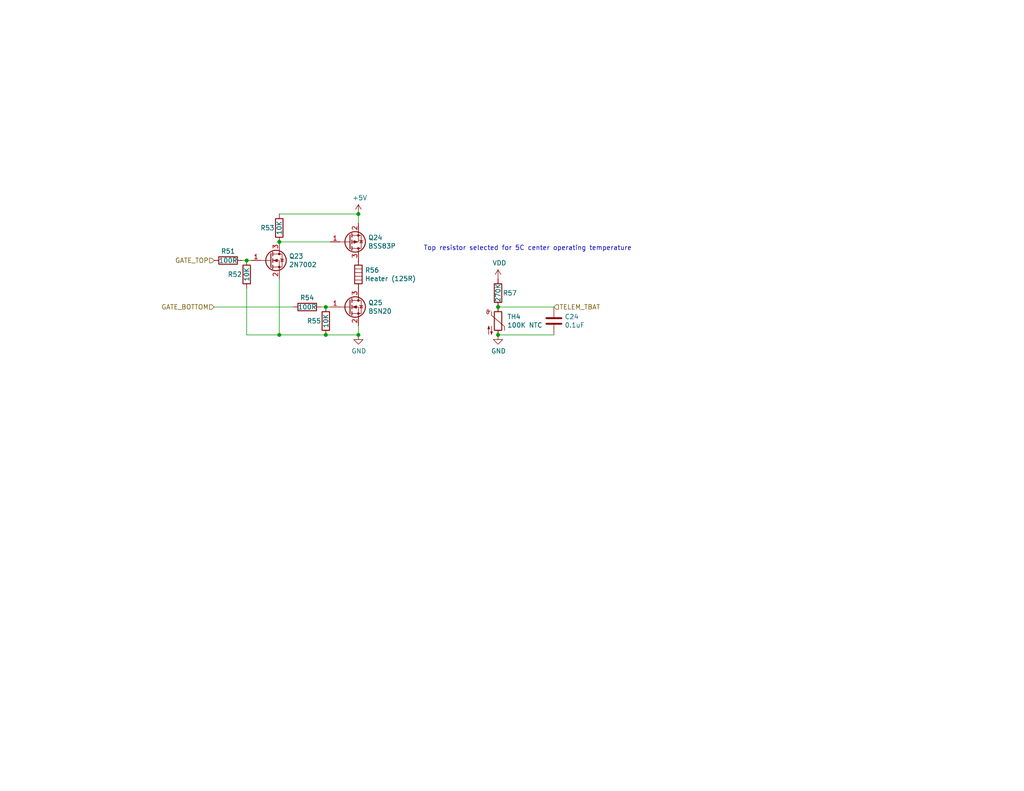
<source format=kicad_sch>
(kicad_sch (version 20211123) (generator eeschema)
  (paper "USLetter")
  (title_block (title "TJ Custom EPS") (rev "0.1") (company "TJHSST Nanosatellite Club") (comment 4 "Engineer: Alan Hsu"))
  (lib_symbols
    (symbol "Device:C" (pin_numbers hide) (pin_names (offset 0.254))
      (property "Reference" "C" (at 0.635 2.54 0))
      (property "Value" "C" (at 0.635 -2.54 0))
      (symbol "C_0_1"
        (polyline (pts (xy -2.032 -0.762) (xy 2.032 -0.762)) (stroke (width 0.508)))
        (polyline (pts (xy -2.032 0.762) (xy 2.032 0.762)) (stroke (width 0.508)))
      )
      (symbol "C_1_1"
        (pin passive line (at 0 3.81 270) (length 2.794) (name "~") (number "1"))
        (pin passive line (at 0 -3.81 90) (length 2.794) (name "~") (number "2"))
      )
    )
    (symbol "Device:Heater" (pin_numbers hide) (pin_names (offset 0))
      (property "Reference" "R" (at 2.032 0 90))
      (property "Value" "Heater" (at -2.032 0 90))
      (symbol "Heater_0_1"
        (rectangle (start -1.016 -2.54) (end 1.016 2.54) (stroke (width 0.254)))
        (polyline (pts (xy -1.016 1.524) (xy 1.016 1.524)))
        (polyline (pts (xy 1.016 -1.524) (xy -1.016 -1.524)))
        (polyline (pts (xy 1.016 -0.508) (xy -1.016 -0.508)))
        (polyline (pts (xy 1.016 0.508) (xy -1.016 0.508)))
      )
      (symbol "Heater_1_1"
        (pin passive line (at 0 3.81 270) (length 1.27) (name "~") (number "1"))
        (pin passive line (at 0 -3.81 90) (length 1.27) (name "~") (number "2"))
      )
    )
    (symbol "Device:R" (pin_numbers hide) (pin_names (offset 0))
      (property "Reference" "R" (at 2.032 0 90))
      (property "Value" "R" (at 0 0 90))
      (symbol "R_0_1"
        (rectangle (start -1.016 -2.54) (end 1.016 2.54) (stroke (width 0.254)))
      )
      (symbol "R_1_1"
        (pin passive line (at 0 3.81 270) (length 1.27) (name "~") (number "1"))
        (pin passive line (at 0 -3.81 90) (length 1.27) (name "~") (number "2"))
      )
    )
    (symbol "Device:Thermistor_NTC" (pin_numbers hide) (pin_names (offset 0))
      (property "Reference" "TH" (at -4.445 0 90))
      (property "Value" "Thermistor_NTC" (at 3.175 0 90))
      (symbol "Thermistor_NTC_0_1"
        (arc (start -3.048 2.159) (mid -3.0495 2.3143) (end -3.175 2.413))
        (arc (start -3.048 2.159) (mid -2.9736 1.9794) (end -2.794 1.905))
        (arc (start -3.048 2.794) (mid -2.9736 2.6144) (end -2.794 2.54))
        (arc (start -2.794 1.905) (mid -2.6144 1.9794) (end -2.54 2.159))
        (arc (start -2.794 2.54) (mid -2.4393 2.5587) (end -2.159 2.794))
        (arc (start -2.794 3.048) (mid -2.9736 2.9736) (end -3.048 2.794))
        (arc (start -2.54 2.794) (mid -2.6144 2.9736) (end -2.794 3.048))
        (rectangle (start -1.016 2.54) (end 1.016 -2.54) (stroke (width 0.254)))
        (polyline (pts (xy -2.54 2.159) (xy -2.54 2.794)))
        (polyline (pts (xy -1.778 2.54) (xy -1.778 1.524) (xy 1.778 -1.524) (xy 1.778 -2.54)))
        (polyline (pts (xy -2.54 -3.683) (xy -2.54 -1.397) (xy -2.794 -2.159) (xy -2.286 -2.159) (xy -2.54 -1.397) (xy -2.54 -1.651)) (fill (type outline)))
        (polyline (pts (xy -1.778 -1.397) (xy -1.778 -3.683) (xy -2.032 -2.921) (xy -1.524 -2.921) (xy -1.778 -3.683) (xy -1.778 -3.429)) (fill (type outline)))
      )
      (symbol "Thermistor_NTC_1_1"
        (pin passive line (at 0 3.81 270) (length 1.27) (name "~") (number "1"))
        (pin passive line (at 0 -3.81 90) (length 1.27) (name "~") (number "2"))
      )
    )
    (symbol "Transistor_FET:2N7002" (pin_names hide)
      (property "Reference" "Q" (at 5.08 1.905 0))
      (property "Value" "2N7002" (at 5.08 0 0))
      (symbol "2N7002_0_1"
        (polyline (pts (xy 0.254 0) (xy -2.54 0)))
        (polyline (pts (xy 0.254 1.905) (xy 0.254 -1.905)) (stroke (width 0.254)))
        (polyline (pts (xy 0.762 -1.27) (xy 0.762 -2.286)) (stroke (width 0.254)))
        (polyline (pts (xy 0.762 0.508) (xy 0.762 -0.508)) (stroke (width 0.254)))
        (polyline (pts (xy 0.762 2.286) (xy 0.762 1.27)) (stroke (width 0.254)))
        (polyline (pts (xy 2.54 2.54) (xy 2.54 1.778)))
        (polyline (pts (xy 2.54 -2.54) (xy 2.54 0) (xy 0.762 0)))
        (polyline (pts (xy 0.762 -1.778) (xy 3.302 -1.778) (xy 3.302 1.778) (xy 0.762 1.778)))
        (polyline (pts (xy 1.016 0) (xy 2.032 0.381) (xy 2.032 -0.381) (xy 1.016 0)) (fill (type outline)))
        (polyline (pts (xy 2.794 0.508) (xy 2.921 0.381) (xy 3.683 0.381) (xy 3.81 0.254)))
        (polyline (pts (xy 3.302 0.381) (xy 2.921 -0.254) (xy 3.683 -0.254) (xy 3.302 0.381)))
        (circle (center 1.651 0) (radius 2.794) (stroke (width 0.254)))
        (circle (center 2.54 -1.778) (radius 0.254) (fill (type outline)))
        (circle (center 2.54 1.778) (radius 0.254) (fill (type outline)))
      )
      (symbol "2N7002_1_1"
        (pin input line (at -5.08 0 0) (length 2.54) (name "G") (number "1"))
        (pin passive line (at 2.54 -5.08 90) (length 2.54) (name "S") (number "2"))
        (pin passive line (at 2.54 5.08 270) (length 2.54) (name "D") (number "3"))
      )
    )
    (symbol "Transistor_FET:BSN20" (pin_names hide)
      (property "Reference" "Q" (at 5.08 1.905 0))
      (property "Value" "BSN20" (at 5.08 0 0))
      (symbol "BSN20_0_1"
        (polyline (pts (xy 0.254 0) (xy -2.54 0)))
        (polyline (pts (xy 0.254 1.905) (xy 0.254 -1.905)) (stroke (width 0.254)))
        (polyline (pts (xy 0.762 -1.27) (xy 0.762 -2.286)) (stroke (width 0.254)))
        (polyline (pts (xy 0.762 0.508) (xy 0.762 -0.508)) (stroke (width 0.254)))
        (polyline (pts (xy 0.762 2.286) (xy 0.762 1.27)) (stroke (width 0.254)))
        (polyline (pts (xy 2.54 2.54) (xy 2.54 1.778)))
        (polyline (pts (xy 2.54 -2.54) (xy 2.54 0) (xy 0.762 0)))
        (polyline (pts (xy 0.762 -1.778) (xy 3.302 -1.778) (xy 3.302 1.778) (xy 0.762 1.778)))
        (polyline (pts (xy 1.016 0) (xy 2.032 0.381) (xy 2.032 -0.381) (xy 1.016 0)) (fill (type outline)))
        (polyline (pts (xy 2.794 0.508) (xy 2.921 0.381) (xy 3.683 0.381) (xy 3.81 0.254)))
        (polyline (pts (xy 3.302 0.381) (xy 2.921 -0.254) (xy 3.683 -0.254) (xy 3.302 0.381)))
        (circle (center 1.651 0) (radius 2.794) (stroke (width 0.254)))
        (circle (center 2.54 -1.778) (radius 0.254) (fill (type outline)))
        (circle (center 2.54 1.778) (radius 0.254) (fill (type outline)))
      )
      (symbol "BSN20_1_1"
        (pin input line (at -5.08 0 0) (length 2.54) (name "G") (number "1"))
        (pin passive line (at 2.54 -5.08 90) (length 2.54) (name "S") (number "2"))
        (pin passive line (at 2.54 5.08 270) (length 2.54) (name "D") (number "3"))
      )
    )
    (symbol "Transistor_FET:BSS83P" (pin_names hide)
      (property "Reference" "Q" (at 5.08 1.905 0))
      (property "Value" "BSS83P" (at 5.08 0 0))
      (symbol "BSS83P_0_1"
        (polyline (pts (xy 0.254 0) (xy -2.54 0)))
        (polyline (pts (xy 0.254 1.905) (xy 0.254 -1.905)) (stroke (width 0.254)))
        (polyline (pts (xy 0.762 -1.27) (xy 0.762 -2.286)) (stroke (width 0.254)))
        (polyline (pts (xy 0.762 0.508) (xy 0.762 -0.508)) (stroke (width 0.254)))
        (polyline (pts (xy 0.762 2.286) (xy 0.762 1.27)) (stroke (width 0.254)))
        (polyline (pts (xy 2.54 2.54) (xy 2.54 1.778)))
        (polyline (pts (xy 2.54 -2.54) (xy 2.54 0) (xy 0.762 0)))
        (polyline (pts (xy 0.762 1.778) (xy 3.302 1.778) (xy 3.302 -1.778) (xy 0.762 -1.778)))
        (polyline (pts (xy 2.286 0) (xy 1.27 0.381) (xy 1.27 -0.381) (xy 2.286 0)) (fill (type outline)))
        (polyline (pts (xy 2.794 -0.508) (xy 2.921 -0.381) (xy 3.683 -0.381) (xy 3.81 -0.254)))
        (polyline (pts (xy 3.302 -0.381) (xy 2.921 0.254) (xy 3.683 0.254) (xy 3.302 -0.381)))
        (circle (center 1.651 0) (radius 2.794) (stroke (width 0.254)))
        (circle (center 2.54 -1.778) (radius 0.254) (fill (type outline)))
        (circle (center 2.54 1.778) (radius 0.254) (fill (type outline)))
      )
      (symbol "BSS83P_1_1"
        (pin input line (at -5.08 0 0) (length 2.54) (name "G") (number "1"))
        (pin passive line (at 2.54 -5.08 90) (length 2.54) (name "S") (number "2"))
        (pin passive line (at 2.54 5.08 270) (length 2.54) (name "D") (number "3"))
      )
    )
    (symbol "power:+5V" (power) (pin_names (offset 0))
      (property "Value" "+5V" (at 0 3.556 0))
      (symbol "+5V_0_1"
        (polyline (pts (xy -0.762 1.27) (xy 0 2.54)))
        (polyline (pts (xy 0 0) (xy 0 2.54)))
        (polyline (pts (xy 0 2.54) (xy 0.762 1.27)))
      )
      (symbol "+5V_1_1"
        (pin power_in line (at 0 0 90) (length 0) hide (name "+5V") (number "1"))
      )
    )
    (symbol "power:GND" (power) (pin_names (offset 0))
      (property "Value" "GND" (at 0 -3.81 0))
      (symbol "GND_0_1"
        (polyline (pts (xy 0 0) (xy 0 -1.27) (xy 1.27 -1.27) (xy 0 -2.54) (xy -1.27 -1.27) (xy 0 -1.27)))
      )
      (symbol "GND_1_1"
        (pin power_in line (at 0 0 270) (length 0) hide (name "GND") (number "1"))
      )
    )
    (symbol "power:VDD" (power) (pin_names (offset 0))
      (property "Value" "VDD" (at 0 3.81 0))
      (symbol "VDD_0_1"
        (polyline (pts (xy -0.762 1.27) (xy 0 2.54)))
        (polyline (pts (xy 0 0) (xy 0 2.54)))
        (polyline (pts (xy 0 2.54) (xy 0.762 1.27)))
      )
      (symbol "VDD_1_1"
        (pin power_in line (at 0 0 90) (length 0) hide (name "VDD") (number "1"))
      )
    )
  )
  (junction (at 97.79 91.44))
  (junction (at 76.2 91.44))
  (junction (at 135.89 91.44))
  (junction (at 135.89 83.82))
  (junction (at 97.79 58.42))
  (junction (at 76.2 66.04))
  (junction (at 67.31 71.12))
  (junction (at 88.9 83.82))
  (junction (at 88.9 91.44))
  (wire (pts (xy 97.79 58.42) (xy 97.79 60.96)))
  (wire (pts (xy 90.17 66.04) (xy 76.2 66.04)))
  (wire (pts (xy 67.31 78.74) (xy 67.31 91.44)))
  (wire (pts (xy 135.89 83.82) (xy 151.13 83.82)))
  (wire (pts (xy 76.2 58.42) (xy 97.79 58.42)))
  (wire (pts (xy 97.79 91.44) (xy 97.79 88.9)))
  (wire (pts (xy 66.04 71.12) (xy 67.31 71.12)))
  (wire (pts (xy 87.63 83.82) (xy 88.9 83.82)))
  (wire (pts (xy 76.2 91.44) (xy 88.9 91.44)))
  (wire (pts (xy 67.31 91.44) (xy 76.2 91.44)))
  (wire (pts (xy 88.9 91.44) (xy 97.79 91.44)))
  (wire (pts (xy 58.42 83.82) (xy 80.01 83.82)))
  (wire (pts (xy 76.2 76.2) (xy 76.2 91.44)))
  (wire (pts (xy 88.9 83.82) (xy 90.17 83.82)))
  (wire (pts (xy 67.31 71.12) (xy 68.58 71.12)))
  (wire (pts (xy 135.89 91.44) (xy 151.13 91.44)))
  (text "Top resistor selected for 5C center operating temperature" (at 115.57 68.58 0) (effects (font (size 1.27 1.27)) (justify left bottom)))
  (hierarchical_label "TELEM_TBAT" (shape input) (at 151.13 83.82 0))
  (hierarchical_label "GATE_TOP" (shape input) (at 58.42 71.12 180))
  (hierarchical_label "GATE_BOTTOM" (shape input) (at 58.42 83.82 180))
  (symbol (lib_id "Transistor_FET:BSN20") (at 95.25 83.82 0) (unit 1)
    (property "Reference" "Q25" (at 100.457 82.6516 0) (effects (justify left)))
    (property "Value" "BSN20" (at 100.457 84.963 0) (effects (justify left)))
    (property "Footprint" "Package_TO_SOT_SMD:SOT-23" (effects hide))
    (property "Datasheet" "http://www.diodes.com/assets/Datasheets/ds31898.pdf" (effects hide))
  )
  (symbol (lib_id "Transistor_FET:BSS83P") (at 95.25 66.04 0) (mirror x) (unit 1)
    (property "Reference" "Q24" (at 100.4316 64.8716 0) (effects (justify left)))
    (property "Value" "BSS83P" (at 100.4316 67.183 0) (effects (justify left)))
    (property "Footprint" "Package_TO_SOT_SMD:SOT-23" (effects hide))
    (property "Datasheet" "http://www.farnell.com/datasheets/1835997.pdf" (effects hide))
  )
  (symbol (lib_id "power:VDD") (at 135.89 76.2 0) (unit 1)
    (property "Reference" "#PWR?" (effects hide))
    (property "Value" "VDD" (at 136.271 71.8058 0))
  )
  (symbol (lib_id "Device:R") (at 83.82 83.82 270) (unit 1)
    (property "Reference" "R54" (at 83.82 81.28 90))
    (property "Value" "100R" (at 83.82 83.82 90))
    (property "Footprint" "Resistor_SMD:R_0805_2012Metric" (effects hide))
  )
  (symbol (lib_id "Device:R") (at 88.9 87.63 0) (unit 1)
    (property "Reference" "R55" (at 87.63 87.63 0) (effects (justify right)))
    (property "Value" "10K" (at 88.9 87.63 90))
    (property "Footprint" "Resistor_SMD:R_0805_2012Metric" (effects hide))
  )
  (symbol (lib_id "Device:Heater") (at 97.79 74.93 0) (unit 1)
    (property "Reference" "R56" (at 99.568 73.7616 0) (effects (justify left)))
    (property "Value" "Heater (125R)" (at 99.568 76.073 0) (effects (justify left)))
    (property "Footprint" "Connector_PinHeader_2.54mm:PinHeader_1x02_P2.54mm_Vertical" (effects hide))
  )
  (symbol (lib_id "power:+5V") (at 97.79 58.42 0) (unit 1)
    (property "Reference" "#PWR048" (effects hide))
    (property "Value" "+5V" (at 98.171 54.0258 0))
  )
  (symbol (lib_id "Transistor_FET:2N7002") (at 73.66 71.12 0) (unit 1)
    (property "Reference" "Q23" (at 78.8416 69.9516 0) (effects (justify left)))
    (property "Value" "2N7002" (at 78.8416 72.263 0) (effects (justify left)))
    (property "Footprint" "Package_TO_SOT_SMD:SOT-23" (effects hide))
    (property "Datasheet" "https://www.onsemi.com/pub/Collateral/NDS7002A-D.PDF" (effects hide))
  )
  (symbol (lib_id "Device:R") (at 76.2 62.23 0) (unit 1)
    (property "Reference" "R53" (at 74.93 62.23 0) (effects (justify right)))
    (property "Value" "10K" (at 76.2 62.23 90))
    (property "Footprint" "Resistor_SMD:R_0805_2012Metric" (effects hide))
  )
  (symbol (lib_id "Device:R") (at 62.23 71.12 270) (unit 1)
    (property "Reference" "R51" (at 62.23 68.58 90))
    (property "Value" "100R" (at 62.23 71.12 90))
    (property "Footprint" "Resistor_SMD:R_0805_2012Metric" (effects hide))
  )
  (symbol (lib_id "Device:R") (at 67.31 74.93 0) (unit 1)
    (property "Reference" "R52" (at 66.04 74.93 0) (effects (justify right)))
    (property "Value" "10K" (at 67.31 74.93 90))
    (property "Footprint" "Resistor_SMD:R_0805_2012Metric" (effects hide))
  )
  (symbol (lib_id "power:GND") (at 97.79 91.44 0) (unit 1)
    (property "Reference" "#PWR049" (effects hide))
    (property "Value" "GND" (at 97.917 95.8342 0))
  )
  (symbol (lib_id "Device:Thermistor_NTC") (at 135.89 87.63 0) (unit 1)
    (property "Reference" "TH4" (at 138.3792 86.4616 0) (effects (justify left)))
    (property "Value" "100K NTC" (at 138.3792 88.773 0) (effects (justify left)))
    (property "Footprint" "Connector_Hirose:Hirose_DF13-02P-1.25DSA_1x02_P1.25mm_Vertical" (effects hide))
  )
  (symbol (lib_id "Device:C") (at 151.13 87.63 0) (unit 1)
    (property "Reference" "C24" (at 154.051 86.4616 0) (effects (justify left)))
    (property "Value" "0.1uF" (at 154.051 88.773 0) (effects (justify left)))
    (property "Footprint" "Capacitor_SMD:C_0805_2012Metric" (effects hide))
  )
  (symbol (lib_id "Device:R") (at 135.89 80.01 0) (unit 1)
    (property "Reference" "R57" (at 137.16 80.01 0) (effects (justify left)))
    (property "Value" "270K" (at 135.89 82.55 90) (effects (justify left)))
    (property "Footprint" "Resistor_SMD:R_0805_2012Metric" (effects hide))
  )
  (symbol (lib_id "power:GND") (at 135.89 91.44 0) (unit 1)
    (property "Reference" "#PWR051" (effects hide))
    (property "Value" "GND" (at 136.017 95.8342 0))
  )
)
</source>
